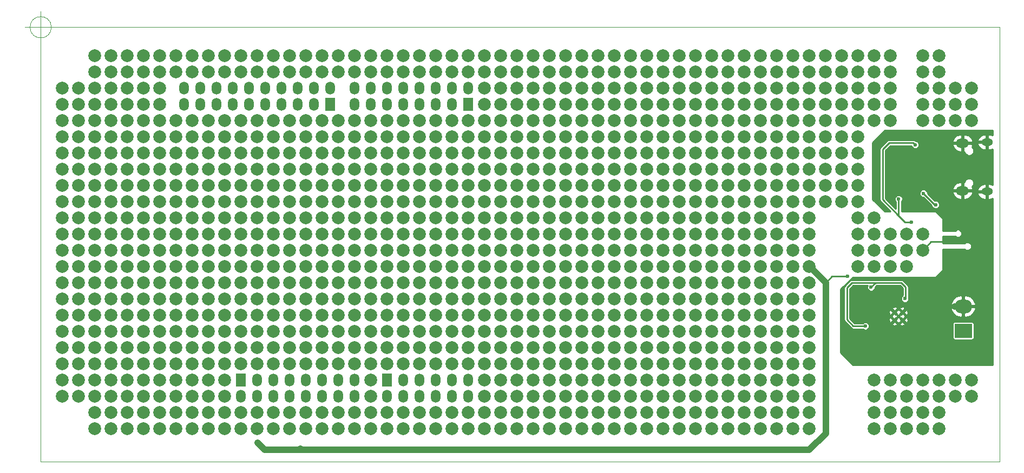
<source format=gbl>
G04 #@! TF.FileFunction,Copper,L2,Bot,Signal*
%FSLAX46Y46*%
G04 Gerber Fmt 4.6, Leading zero omitted, Abs format (unit mm)*
G04 Created by KiCad (PCBNEW 4.0.2-stable) date Domenica 28 Maggio 2017 18:35:47*
%MOMM*%
G01*
G04 APERTURE LIST*
%ADD10C,0.100000*%
%ADD11C,2.000000*%
%ADD12O,2.000000X1.450000*%
%ADD13O,1.800000X1.150000*%
%ADD14R,2.700000X2.200000*%
%ADD15O,2.700000X2.200000*%
%ADD16O,1.524000X2.000000*%
%ADD17R,1.524000X2.000000*%
%ADD18C,0.500000*%
%ADD19C,0.800000*%
%ADD20C,0.600000*%
%ADD21C,1.000000*%
%ADD22C,0.250000*%
%ADD23C,1.000000*%
%ADD24C,0.254000*%
G04 APERTURE END LIST*
D10*
X51666666Y-54000000D02*
G75*
G03X51666666Y-54000000I-1666666J0D01*
G01*
X47500000Y-54000000D02*
X52500000Y-54000000D01*
X50000000Y-51500000D02*
X50000000Y-56500000D01*
X50000000Y-54000000D02*
X200000000Y-54000000D01*
X50000000Y-122000000D02*
X50000000Y-54000000D01*
X200000000Y-122000000D02*
X50000000Y-122000000D01*
X200000000Y-54000000D02*
X200000000Y-122000000D01*
D11*
X53340000Y-106680000D03*
X53340000Y-104140000D03*
X53340000Y-101600000D03*
X53340000Y-111760000D03*
X53340000Y-109220000D03*
X53340000Y-99060000D03*
X53340000Y-93980000D03*
X53340000Y-96520000D03*
X55880000Y-104140000D03*
X55880000Y-106680000D03*
X55880000Y-93980000D03*
X55880000Y-99060000D03*
X55880000Y-96520000D03*
X55880000Y-101600000D03*
X55880000Y-109220000D03*
X55880000Y-111760000D03*
X53340000Y-88900000D03*
X53340000Y-91440000D03*
X53340000Y-81280000D03*
X53340000Y-78740000D03*
X53340000Y-76200000D03*
X53340000Y-86360000D03*
X53340000Y-83820000D03*
X53340000Y-73660000D03*
X53340000Y-68580000D03*
X53340000Y-71120000D03*
X55880000Y-78740000D03*
X55880000Y-81280000D03*
X55880000Y-68580000D03*
X55880000Y-73660000D03*
X55880000Y-71120000D03*
X55880000Y-76200000D03*
X55880000Y-88900000D03*
X55880000Y-83820000D03*
X55880000Y-86360000D03*
X55880000Y-91440000D03*
X53340000Y-66040000D03*
X55880000Y-66040000D03*
X63500000Y-66040000D03*
X60960000Y-60960000D03*
X58420000Y-63500000D03*
X63500000Y-60960000D03*
X60960000Y-63500000D03*
X63500000Y-63500000D03*
X53340000Y-63500000D03*
X55880000Y-63500000D03*
X58420000Y-58420000D03*
X58420000Y-60960000D03*
X58420000Y-66040000D03*
X60960000Y-66040000D03*
X63500000Y-58420000D03*
X60960000Y-58420000D03*
X68580000Y-63500000D03*
X68580000Y-60960000D03*
X68580000Y-66040000D03*
X66040000Y-66040000D03*
X66040000Y-63500000D03*
X68580000Y-58420000D03*
X66040000Y-60960000D03*
X66040000Y-58420000D03*
X68580000Y-68580000D03*
X60960000Y-68580000D03*
X63500000Y-68580000D03*
X66040000Y-68580000D03*
X60960000Y-78740000D03*
X63500000Y-76200000D03*
X63500000Y-78740000D03*
X66040000Y-76200000D03*
X58420000Y-78740000D03*
X58420000Y-73660000D03*
X58420000Y-76200000D03*
X58420000Y-68580000D03*
X58420000Y-71120000D03*
X60960000Y-71120000D03*
X63500000Y-71120000D03*
X66040000Y-71120000D03*
X66040000Y-73660000D03*
X63500000Y-73660000D03*
X68580000Y-76200000D03*
X68580000Y-73660000D03*
X68580000Y-71120000D03*
X68580000Y-78740000D03*
X66040000Y-81280000D03*
X66040000Y-78740000D03*
X60960000Y-76200000D03*
X60960000Y-73660000D03*
X58420000Y-83820000D03*
X60960000Y-83820000D03*
X68580000Y-81280000D03*
X68580000Y-83820000D03*
X60960000Y-81280000D03*
X58420000Y-81280000D03*
X63500000Y-81280000D03*
X66040000Y-83820000D03*
X63500000Y-83820000D03*
X60960000Y-86360000D03*
X58420000Y-86360000D03*
X58420000Y-88900000D03*
X58420000Y-91440000D03*
X60960000Y-91440000D03*
X63500000Y-86360000D03*
X60960000Y-88900000D03*
X63500000Y-88900000D03*
X63500000Y-91440000D03*
X66040000Y-86360000D03*
X68580000Y-88900000D03*
X66040000Y-91440000D03*
X66040000Y-88900000D03*
X68580000Y-86360000D03*
X68580000Y-91440000D03*
X68580000Y-93980000D03*
X60960000Y-93980000D03*
X63500000Y-93980000D03*
X66040000Y-93980000D03*
X60960000Y-104140000D03*
X63500000Y-101600000D03*
X63500000Y-104140000D03*
X66040000Y-101600000D03*
X58420000Y-104140000D03*
X58420000Y-99060000D03*
X58420000Y-101600000D03*
X58420000Y-93980000D03*
X58420000Y-96520000D03*
X60960000Y-96520000D03*
X63500000Y-96520000D03*
X66040000Y-96520000D03*
X66040000Y-99060000D03*
X63500000Y-99060000D03*
X68580000Y-101600000D03*
X68580000Y-99060000D03*
X68580000Y-96520000D03*
X68580000Y-104140000D03*
X66040000Y-106680000D03*
X66040000Y-104140000D03*
X60960000Y-101600000D03*
X60960000Y-99060000D03*
X58420000Y-109220000D03*
X60960000Y-109220000D03*
X68580000Y-106680000D03*
X68580000Y-109220000D03*
X60960000Y-106680000D03*
X58420000Y-106680000D03*
X63500000Y-106680000D03*
X66040000Y-109220000D03*
X63500000Y-109220000D03*
X60960000Y-111760000D03*
X58420000Y-111760000D03*
X58420000Y-114300000D03*
X58420000Y-116840000D03*
X60960000Y-116840000D03*
X63500000Y-111760000D03*
X60960000Y-114300000D03*
X63500000Y-114300000D03*
X63500000Y-116840000D03*
X66040000Y-111760000D03*
X68580000Y-114300000D03*
X66040000Y-116840000D03*
X66040000Y-114300000D03*
X68580000Y-111760000D03*
X68580000Y-116840000D03*
X180340000Y-91440000D03*
X182880000Y-91440000D03*
X185420000Y-91440000D03*
X177800000Y-91440000D03*
X193040000Y-63500000D03*
X195580000Y-68580000D03*
X193040000Y-66040000D03*
X195580000Y-66040000D03*
X193040000Y-68580000D03*
X195580000Y-63500000D03*
X187960000Y-58420000D03*
X190500000Y-58420000D03*
X187960000Y-60960000D03*
X190500000Y-60960000D03*
X187960000Y-63500000D03*
X190500000Y-68580000D03*
X187960000Y-66040000D03*
X190500000Y-66040000D03*
X187960000Y-68580000D03*
X190500000Y-63500000D03*
X180340000Y-60960000D03*
X180340000Y-63500000D03*
X182880000Y-63500000D03*
X182880000Y-58420000D03*
X180340000Y-58420000D03*
X182880000Y-60960000D03*
X180340000Y-66040000D03*
X182880000Y-68580000D03*
X182880000Y-66040000D03*
X180340000Y-68580000D03*
X172720000Y-58420000D03*
X172720000Y-60960000D03*
X177800000Y-58420000D03*
X175260000Y-60960000D03*
X177800000Y-60960000D03*
X175260000Y-58420000D03*
X175260000Y-63500000D03*
X172720000Y-63500000D03*
X177800000Y-63500000D03*
X175260000Y-66040000D03*
X177800000Y-68580000D03*
X175260000Y-68580000D03*
X177800000Y-66040000D03*
X172720000Y-66040000D03*
X177800000Y-71120000D03*
X172720000Y-71120000D03*
X172720000Y-68580000D03*
X175260000Y-71120000D03*
X177800000Y-73660000D03*
X175260000Y-76200000D03*
X172720000Y-76200000D03*
X172720000Y-73660000D03*
X175260000Y-73660000D03*
X177800000Y-76200000D03*
X177800000Y-78740000D03*
X175260000Y-78740000D03*
X172720000Y-78740000D03*
X177800000Y-81280000D03*
X185420000Y-86360000D03*
X185420000Y-88900000D03*
X177800000Y-86360000D03*
X175260000Y-81280000D03*
X182880000Y-88900000D03*
X180340000Y-83820000D03*
X180340000Y-86360000D03*
X177800000Y-88900000D03*
X177800000Y-83820000D03*
X180340000Y-88900000D03*
X182880000Y-86360000D03*
X172720000Y-81280000D03*
X190500000Y-114300000D03*
X187960000Y-116840000D03*
X190500000Y-116840000D03*
X185420000Y-116840000D03*
X182880000Y-114300000D03*
X182880000Y-109220000D03*
X180340000Y-116840000D03*
X180340000Y-114300000D03*
X180340000Y-111760000D03*
X182880000Y-116840000D03*
X180340000Y-109220000D03*
X182880000Y-111760000D03*
X185420000Y-114300000D03*
X187960000Y-111760000D03*
X185420000Y-111760000D03*
X190500000Y-111760000D03*
X187960000Y-114300000D03*
X185420000Y-109220000D03*
X187960000Y-109220000D03*
X190500000Y-109220000D03*
X195580000Y-111760000D03*
X193040000Y-111760000D03*
X195580000Y-109220000D03*
X193040000Y-109220000D03*
X132080000Y-109220000D03*
X127000000Y-114300000D03*
X127000000Y-111760000D03*
X127000000Y-109220000D03*
X129540000Y-109220000D03*
X134620000Y-116840000D03*
X127000000Y-116840000D03*
X134620000Y-114300000D03*
X134620000Y-111760000D03*
X134620000Y-109220000D03*
X121920000Y-116840000D03*
X119380000Y-116840000D03*
X124460000Y-116840000D03*
X124460000Y-114300000D03*
X119380000Y-114300000D03*
X121920000Y-114300000D03*
X132080000Y-111760000D03*
X129540000Y-111760000D03*
X129540000Y-116840000D03*
X132080000Y-114300000D03*
X132080000Y-116840000D03*
X129540000Y-114300000D03*
X162560000Y-109220000D03*
X162560000Y-111760000D03*
X165100000Y-109220000D03*
X165100000Y-111760000D03*
X157480000Y-109220000D03*
X160020000Y-109220000D03*
X154940000Y-109220000D03*
X157480000Y-116840000D03*
X157480000Y-111760000D03*
X152400000Y-116840000D03*
X152400000Y-114300000D03*
X154940000Y-111760000D03*
X154940000Y-114300000D03*
X154940000Y-116840000D03*
X157480000Y-114300000D03*
X165100000Y-116840000D03*
X165100000Y-114300000D03*
X160020000Y-111760000D03*
X162560000Y-114300000D03*
X162560000Y-116840000D03*
X160020000Y-114300000D03*
X160020000Y-116840000D03*
X149860000Y-116840000D03*
X147320000Y-116840000D03*
X149860000Y-114300000D03*
X144780000Y-114300000D03*
X144780000Y-116840000D03*
X147320000Y-114300000D03*
X147320000Y-111760000D03*
X142240000Y-116840000D03*
X142240000Y-114300000D03*
X142240000Y-111760000D03*
X144780000Y-111760000D03*
X139700000Y-116840000D03*
X137160000Y-111760000D03*
X137160000Y-114300000D03*
X137160000Y-116840000D03*
X139700000Y-111760000D03*
X139700000Y-114300000D03*
X149860000Y-111760000D03*
X152400000Y-111760000D03*
X152400000Y-109220000D03*
X149860000Y-109220000D03*
X137160000Y-109220000D03*
X147320000Y-109220000D03*
X139700000Y-109220000D03*
X142240000Y-109220000D03*
X144780000Y-109220000D03*
X119380000Y-109220000D03*
X119380000Y-111760000D03*
X121920000Y-111760000D03*
X124460000Y-111760000D03*
X124460000Y-109220000D03*
X121920000Y-109220000D03*
X167640000Y-116840000D03*
X170180000Y-111760000D03*
X170180000Y-114300000D03*
X170180000Y-116840000D03*
X167640000Y-111760000D03*
X167640000Y-114300000D03*
X167640000Y-109220000D03*
X170180000Y-109220000D03*
X132080000Y-66040000D03*
X160020000Y-60960000D03*
X160020000Y-63500000D03*
X162560000Y-60960000D03*
X162560000Y-63500000D03*
X160020000Y-58420000D03*
X154940000Y-66040000D03*
X152400000Y-66040000D03*
X152400000Y-63500000D03*
X154940000Y-63500000D03*
X157480000Y-63500000D03*
X157480000Y-60960000D03*
X157480000Y-58420000D03*
X152400000Y-60960000D03*
X152400000Y-58420000D03*
X154940000Y-58420000D03*
X154940000Y-60960000D03*
X165100000Y-66040000D03*
X165100000Y-63500000D03*
X165100000Y-60960000D03*
X165100000Y-58420000D03*
X162560000Y-58420000D03*
X162560000Y-66040000D03*
X160020000Y-66040000D03*
X157480000Y-66040000D03*
X147320000Y-66040000D03*
X149860000Y-66040000D03*
X142240000Y-66040000D03*
X144780000Y-66040000D03*
X142240000Y-63500000D03*
X142240000Y-60960000D03*
X142240000Y-58420000D03*
X144780000Y-58420000D03*
X144780000Y-60960000D03*
X144780000Y-63500000D03*
X137160000Y-66040000D03*
X139700000Y-66040000D03*
X139700000Y-63500000D03*
X139700000Y-58420000D03*
X137160000Y-58420000D03*
X137160000Y-60960000D03*
X137160000Y-63500000D03*
X139700000Y-60960000D03*
X149860000Y-63500000D03*
X149860000Y-58420000D03*
X147320000Y-58420000D03*
X147320000Y-60960000D03*
X147320000Y-63500000D03*
X149860000Y-60960000D03*
X134620000Y-66040000D03*
X121920000Y-60960000D03*
X119380000Y-58420000D03*
X119380000Y-60960000D03*
X124460000Y-60960000D03*
X124460000Y-58420000D03*
X121920000Y-58420000D03*
X121920000Y-66040000D03*
X119380000Y-63500000D03*
X119380000Y-66040000D03*
X124460000Y-66040000D03*
X124460000Y-63500000D03*
X121920000Y-63500000D03*
X134620000Y-63500000D03*
X134620000Y-58420000D03*
X132080000Y-58420000D03*
X132080000Y-60960000D03*
X132080000Y-63500000D03*
X134620000Y-60960000D03*
X127000000Y-66040000D03*
X129540000Y-63500000D03*
X129540000Y-66040000D03*
X127000000Y-63500000D03*
X127000000Y-60960000D03*
X127000000Y-58420000D03*
X129540000Y-58420000D03*
X129540000Y-60960000D03*
X167640000Y-63500000D03*
X167640000Y-58420000D03*
X170180000Y-58420000D03*
X170180000Y-60960000D03*
X170180000Y-63500000D03*
X167640000Y-60960000D03*
X167640000Y-66040000D03*
X170180000Y-66040000D03*
X101600000Y-111760000D03*
X101600000Y-109220000D03*
X116840000Y-106680000D03*
X116840000Y-104140000D03*
X116840000Y-101600000D03*
X116840000Y-99060000D03*
X116840000Y-96520000D03*
X116840000Y-93980000D03*
X116840000Y-91440000D03*
X116840000Y-88900000D03*
X116840000Y-86360000D03*
X116840000Y-83820000D03*
X116840000Y-81280000D03*
X116840000Y-78740000D03*
X116840000Y-76200000D03*
X116840000Y-73660000D03*
X116840000Y-71120000D03*
X116840000Y-68580000D03*
D12*
X194200000Y-72145000D03*
X194200000Y-79595000D03*
D13*
X198025000Y-79745000D03*
X198025000Y-71995000D03*
D14*
X194310000Y-101525000D03*
D15*
X194310000Y-97715000D03*
D16*
X116840000Y-111760000D03*
X116840000Y-109220000D03*
X114300000Y-111760000D03*
X114300000Y-109220000D03*
X111760000Y-111760000D03*
X111760000Y-109220000D03*
X109220000Y-111760000D03*
X109220000Y-109220000D03*
X106680000Y-111760000D03*
X106680000Y-109220000D03*
X104140000Y-111760000D03*
D17*
X104140000Y-109220000D03*
D16*
X99060000Y-111760000D03*
X99060000Y-109220000D03*
X96520000Y-111760000D03*
X96520000Y-109220000D03*
X93980000Y-111760000D03*
X93980000Y-109220000D03*
X91440000Y-111760000D03*
X91440000Y-109220000D03*
X88900000Y-111760000D03*
X88900000Y-109220000D03*
X86360000Y-111760000D03*
X86360000Y-109220000D03*
X83820000Y-111760000D03*
X83820000Y-109220000D03*
X81280000Y-111760000D03*
D17*
X81280000Y-109220000D03*
D16*
X116840000Y-63500000D03*
D17*
X116840000Y-66040000D03*
D16*
X114300000Y-63500000D03*
X114300000Y-66040000D03*
X111760000Y-63500000D03*
X111760000Y-66040000D03*
X109220000Y-63500000D03*
X109220000Y-66040000D03*
X106680000Y-63500000D03*
X106680000Y-66040000D03*
X104140000Y-63500000D03*
X104140000Y-66040000D03*
X101600000Y-63500000D03*
X101600000Y-66040000D03*
X99060000Y-63500000D03*
X99060000Y-66040000D03*
D17*
X95250000Y-66040000D03*
D16*
X95250000Y-63500000D03*
X92710000Y-66040000D03*
X92710000Y-63500000D03*
X90170000Y-66040000D03*
X90170000Y-63500000D03*
X87630000Y-66040000D03*
X87630000Y-63500000D03*
X85090000Y-66040000D03*
X85090000Y-63500000D03*
X82550000Y-66040000D03*
X82550000Y-63500000D03*
X80010000Y-66040000D03*
X80010000Y-63500000D03*
X77470000Y-66040000D03*
X77470000Y-63500000D03*
X74930000Y-66040000D03*
X74930000Y-63500000D03*
X72390000Y-66040000D03*
X72390000Y-63500000D03*
D11*
X114300000Y-68580000D03*
X114300000Y-71120000D03*
X114300000Y-73660000D03*
X114300000Y-76200000D03*
X114300000Y-78740000D03*
X114300000Y-81280000D03*
X114300000Y-83820000D03*
X114300000Y-86360000D03*
X114300000Y-88900000D03*
X114300000Y-91440000D03*
X114300000Y-93980000D03*
X114300000Y-96520000D03*
X114300000Y-99060000D03*
X114300000Y-101600000D03*
X114300000Y-104140000D03*
X114300000Y-106680000D03*
X109220000Y-106680000D03*
X109220000Y-104140000D03*
X109220000Y-101600000D03*
X109220000Y-99060000D03*
X109220000Y-96520000D03*
X109220000Y-93980000D03*
X109220000Y-91440000D03*
X109220000Y-88900000D03*
X109220000Y-86360000D03*
X109220000Y-83820000D03*
X109220000Y-81280000D03*
X109220000Y-78740000D03*
X109220000Y-76200000D03*
X109220000Y-73660000D03*
X109220000Y-71120000D03*
X109220000Y-68580000D03*
X111760000Y-68580000D03*
X111760000Y-71120000D03*
X111760000Y-73660000D03*
X111760000Y-76200000D03*
X111760000Y-78740000D03*
X111760000Y-81280000D03*
X111760000Y-83820000D03*
X111760000Y-86360000D03*
X111760000Y-88900000D03*
X111760000Y-91440000D03*
X111760000Y-93980000D03*
X111760000Y-96520000D03*
X111760000Y-99060000D03*
X111760000Y-101600000D03*
X111760000Y-104140000D03*
X111760000Y-106680000D03*
X101600000Y-106680000D03*
X101600000Y-104140000D03*
X101600000Y-101600000D03*
X101600000Y-99060000D03*
X101600000Y-96520000D03*
X101600000Y-93980000D03*
X101600000Y-91440000D03*
X101600000Y-88900000D03*
X101600000Y-86360000D03*
X101600000Y-83820000D03*
X101600000Y-81280000D03*
X101600000Y-78740000D03*
X101600000Y-76200000D03*
X101600000Y-73660000D03*
X101600000Y-71120000D03*
X101600000Y-68580000D03*
X99060000Y-68580000D03*
X99060000Y-71120000D03*
X99060000Y-73660000D03*
X99060000Y-76200000D03*
X99060000Y-78740000D03*
X99060000Y-81280000D03*
X99060000Y-83820000D03*
X99060000Y-86360000D03*
X99060000Y-88900000D03*
X99060000Y-91440000D03*
X99060000Y-93980000D03*
X99060000Y-96520000D03*
X99060000Y-99060000D03*
X99060000Y-101600000D03*
X99060000Y-104140000D03*
X99060000Y-106680000D03*
X104140000Y-106680000D03*
X104140000Y-104140000D03*
X104140000Y-101600000D03*
X104140000Y-99060000D03*
X104140000Y-96520000D03*
X104140000Y-93980000D03*
X104140000Y-91440000D03*
X104140000Y-88900000D03*
X104140000Y-86360000D03*
X104140000Y-83820000D03*
X104140000Y-81280000D03*
X104140000Y-78740000D03*
X104140000Y-76200000D03*
X104140000Y-73660000D03*
X104140000Y-71120000D03*
X104140000Y-68580000D03*
X106680000Y-68580000D03*
X106680000Y-71120000D03*
X106680000Y-73660000D03*
X106680000Y-76200000D03*
X106680000Y-78740000D03*
X106680000Y-81280000D03*
X106680000Y-83820000D03*
X106680000Y-86360000D03*
X106680000Y-88900000D03*
X106680000Y-91440000D03*
X106680000Y-93980000D03*
X106680000Y-96520000D03*
X106680000Y-99060000D03*
X106680000Y-101600000D03*
X106680000Y-104140000D03*
X106680000Y-106680000D03*
X86360000Y-106680000D03*
X86360000Y-104140000D03*
X86360000Y-101600000D03*
X86360000Y-99060000D03*
X86360000Y-96520000D03*
X86360000Y-93980000D03*
X86360000Y-91440000D03*
X86360000Y-88900000D03*
X86360000Y-86360000D03*
X86360000Y-83820000D03*
X86360000Y-81280000D03*
X86360000Y-78740000D03*
X86360000Y-76200000D03*
X86360000Y-73660000D03*
X86360000Y-71120000D03*
X86360000Y-68580000D03*
X83820000Y-68580000D03*
X83820000Y-71120000D03*
X83820000Y-73660000D03*
X83820000Y-76200000D03*
X83820000Y-78740000D03*
X83820000Y-81280000D03*
X83820000Y-83820000D03*
X83820000Y-86360000D03*
X83820000Y-88900000D03*
X83820000Y-91440000D03*
X83820000Y-93980000D03*
X83820000Y-96520000D03*
X83820000Y-99060000D03*
X83820000Y-101600000D03*
X83820000Y-104140000D03*
X83820000Y-106680000D03*
X78740000Y-106680000D03*
X78740000Y-104140000D03*
X78740000Y-101600000D03*
X78740000Y-99060000D03*
X78740000Y-96520000D03*
X78740000Y-93980000D03*
X78740000Y-91440000D03*
X78740000Y-88900000D03*
X78740000Y-86360000D03*
X78740000Y-83820000D03*
X78740000Y-81280000D03*
X78740000Y-78740000D03*
X78740000Y-76200000D03*
X78740000Y-73660000D03*
X78740000Y-71120000D03*
X78740000Y-68580000D03*
X81280000Y-68580000D03*
X81280000Y-71120000D03*
X81280000Y-73660000D03*
X81280000Y-76200000D03*
X81280000Y-78740000D03*
X81280000Y-81280000D03*
X81280000Y-83820000D03*
X81280000Y-86360000D03*
X81280000Y-88900000D03*
X81280000Y-91440000D03*
X81280000Y-93980000D03*
X81280000Y-96520000D03*
X81280000Y-99060000D03*
X81280000Y-101600000D03*
X81280000Y-104140000D03*
X81280000Y-106680000D03*
X91440000Y-106680000D03*
X91440000Y-104140000D03*
X91440000Y-101600000D03*
X91440000Y-99060000D03*
X91440000Y-96520000D03*
X91440000Y-93980000D03*
X91440000Y-91440000D03*
X91440000Y-88900000D03*
X91440000Y-86360000D03*
X91440000Y-83820000D03*
X91440000Y-81280000D03*
X91440000Y-78740000D03*
X91440000Y-76200000D03*
X91440000Y-73660000D03*
X91440000Y-71120000D03*
X91440000Y-68580000D03*
X88900000Y-68580000D03*
X88900000Y-71120000D03*
X88900000Y-73660000D03*
X88900000Y-76200000D03*
X88900000Y-78740000D03*
X88900000Y-81280000D03*
X88900000Y-83820000D03*
X88900000Y-86360000D03*
X88900000Y-88900000D03*
X88900000Y-91440000D03*
X88900000Y-93980000D03*
X88900000Y-96520000D03*
X88900000Y-99060000D03*
X88900000Y-101600000D03*
X88900000Y-104140000D03*
X88900000Y-106680000D03*
X93980000Y-106680000D03*
X93980000Y-104140000D03*
X93980000Y-101600000D03*
X93980000Y-99060000D03*
X93980000Y-96520000D03*
X93980000Y-93980000D03*
X93980000Y-91440000D03*
X93980000Y-88900000D03*
X93980000Y-86360000D03*
X93980000Y-83820000D03*
X93980000Y-81280000D03*
X93980000Y-78740000D03*
X93980000Y-76200000D03*
X93980000Y-73660000D03*
X93980000Y-71120000D03*
X93980000Y-68580000D03*
X96520000Y-68580000D03*
X96520000Y-71120000D03*
X96520000Y-73660000D03*
X96520000Y-76200000D03*
X96520000Y-78740000D03*
X96520000Y-81280000D03*
X96520000Y-83820000D03*
X96520000Y-86360000D03*
X96520000Y-88900000D03*
X96520000Y-91440000D03*
X96520000Y-93980000D03*
X96520000Y-96520000D03*
X96520000Y-99060000D03*
X96520000Y-101600000D03*
X96520000Y-104140000D03*
X96520000Y-106680000D03*
X73660000Y-106680000D03*
X73660000Y-104140000D03*
X73660000Y-101600000D03*
X73660000Y-99060000D03*
X73660000Y-96520000D03*
X73660000Y-93980000D03*
X73660000Y-91440000D03*
X73660000Y-88900000D03*
X73660000Y-86360000D03*
X73660000Y-83820000D03*
X73660000Y-81280000D03*
X73660000Y-78740000D03*
X73660000Y-76200000D03*
X73660000Y-73660000D03*
X73660000Y-71120000D03*
X73660000Y-68580000D03*
X71120000Y-68580000D03*
X71120000Y-71120000D03*
X71120000Y-73660000D03*
X71120000Y-76200000D03*
X71120000Y-78740000D03*
X71120000Y-81280000D03*
X71120000Y-83820000D03*
X71120000Y-86360000D03*
X71120000Y-88900000D03*
X71120000Y-91440000D03*
X71120000Y-93980000D03*
X71120000Y-96520000D03*
X71120000Y-99060000D03*
X71120000Y-101600000D03*
X71120000Y-104140000D03*
X71120000Y-106680000D03*
X76200000Y-106680000D03*
X76200000Y-104140000D03*
X76200000Y-101600000D03*
X76200000Y-99060000D03*
X76200000Y-96520000D03*
X76200000Y-93980000D03*
X76200000Y-91440000D03*
X76200000Y-88900000D03*
X76200000Y-86360000D03*
X76200000Y-83820000D03*
X76200000Y-81280000D03*
X76200000Y-78740000D03*
X76200000Y-76200000D03*
X76200000Y-73660000D03*
X76200000Y-71120000D03*
X76200000Y-68580000D03*
X76200000Y-109220000D03*
X76200000Y-111760000D03*
X76200000Y-114300000D03*
X76200000Y-116840000D03*
X71120000Y-116840000D03*
X71120000Y-114300000D03*
X71120000Y-111760000D03*
X71120000Y-109220000D03*
X73660000Y-109220000D03*
X73660000Y-111760000D03*
X73660000Y-114300000D03*
X73660000Y-116840000D03*
X78740000Y-109220000D03*
X78740000Y-111760000D03*
X78740000Y-114300000D03*
X78740000Y-116840000D03*
X96520000Y-116840000D03*
X96520000Y-114300000D03*
X93980000Y-114300000D03*
X93980000Y-116840000D03*
X88900000Y-116840000D03*
X88900000Y-114300000D03*
X91440000Y-114300000D03*
X91440000Y-116840000D03*
X81280000Y-116840000D03*
X81280000Y-114300000D03*
X83820000Y-116840000D03*
X83820000Y-114300000D03*
X86360000Y-114300000D03*
X86360000Y-116840000D03*
X106680000Y-116840000D03*
X106680000Y-114300000D03*
X104140000Y-114300000D03*
X104140000Y-116840000D03*
X99060000Y-116840000D03*
X99060000Y-114300000D03*
X101600000Y-114300000D03*
X101600000Y-116840000D03*
X111760000Y-116840000D03*
X111760000Y-114300000D03*
X109220000Y-114300000D03*
X109220000Y-116840000D03*
X114300000Y-116840000D03*
X114300000Y-114300000D03*
X116840000Y-114300000D03*
X116840000Y-116840000D03*
X124460000Y-68580000D03*
X124460000Y-71120000D03*
X124460000Y-73660000D03*
X124460000Y-76200000D03*
X124460000Y-78740000D03*
X124460000Y-81280000D03*
X124460000Y-83820000D03*
X124460000Y-86360000D03*
X124460000Y-88900000D03*
X124460000Y-91440000D03*
X124460000Y-93980000D03*
X124460000Y-96520000D03*
X124460000Y-99060000D03*
X124460000Y-101600000D03*
X124460000Y-104140000D03*
X124460000Y-106680000D03*
X119380000Y-106680000D03*
X119380000Y-104140000D03*
X119380000Y-101600000D03*
X119380000Y-99060000D03*
X119380000Y-96520000D03*
X119380000Y-93980000D03*
X119380000Y-91440000D03*
X119380000Y-88900000D03*
X119380000Y-86360000D03*
X119380000Y-83820000D03*
X119380000Y-81280000D03*
X119380000Y-78740000D03*
X119380000Y-76200000D03*
X119380000Y-73660000D03*
X119380000Y-71120000D03*
X119380000Y-68580000D03*
X121920000Y-68580000D03*
X121920000Y-71120000D03*
X121920000Y-73660000D03*
X121920000Y-76200000D03*
X121920000Y-78740000D03*
X121920000Y-81280000D03*
X121920000Y-83820000D03*
X121920000Y-86360000D03*
X121920000Y-88900000D03*
X121920000Y-91440000D03*
X121920000Y-93980000D03*
X121920000Y-96520000D03*
X121920000Y-99060000D03*
X121920000Y-101600000D03*
X121920000Y-104140000D03*
X121920000Y-106680000D03*
X144780000Y-106680000D03*
X144780000Y-104140000D03*
X144780000Y-101600000D03*
X144780000Y-99060000D03*
X144780000Y-96520000D03*
X144780000Y-93980000D03*
X144780000Y-91440000D03*
X144780000Y-88900000D03*
X144780000Y-86360000D03*
X144780000Y-83820000D03*
X144780000Y-81280000D03*
X144780000Y-78740000D03*
X144780000Y-76200000D03*
X144780000Y-73660000D03*
X144780000Y-71120000D03*
X144780000Y-68580000D03*
X142240000Y-68580000D03*
X142240000Y-71120000D03*
X142240000Y-73660000D03*
X142240000Y-76200000D03*
X142240000Y-78740000D03*
X142240000Y-81280000D03*
X142240000Y-83820000D03*
X142240000Y-86360000D03*
X142240000Y-88900000D03*
X142240000Y-91440000D03*
X142240000Y-93980000D03*
X142240000Y-96520000D03*
X142240000Y-99060000D03*
X142240000Y-101600000D03*
X142240000Y-104140000D03*
X142240000Y-106680000D03*
X137160000Y-106680000D03*
X137160000Y-104140000D03*
X137160000Y-101600000D03*
X137160000Y-99060000D03*
X137160000Y-96520000D03*
X137160000Y-93980000D03*
X137160000Y-91440000D03*
X137160000Y-88900000D03*
X137160000Y-86360000D03*
X137160000Y-83820000D03*
X137160000Y-81280000D03*
X137160000Y-78740000D03*
X137160000Y-76200000D03*
X137160000Y-73660000D03*
X137160000Y-71120000D03*
X137160000Y-68580000D03*
X139700000Y-68580000D03*
X139700000Y-71120000D03*
X139700000Y-73660000D03*
X139700000Y-76200000D03*
X139700000Y-78740000D03*
X139700000Y-81280000D03*
X139700000Y-83820000D03*
X139700000Y-86360000D03*
X139700000Y-88900000D03*
X139700000Y-91440000D03*
X139700000Y-93980000D03*
X139700000Y-96520000D03*
X139700000Y-99060000D03*
X139700000Y-101600000D03*
X139700000Y-104140000D03*
X139700000Y-106680000D03*
X129540000Y-106680000D03*
X129540000Y-104140000D03*
X129540000Y-101600000D03*
X129540000Y-99060000D03*
X129540000Y-96520000D03*
X129540000Y-93980000D03*
X129540000Y-91440000D03*
X129540000Y-88900000D03*
X129540000Y-86360000D03*
X129540000Y-83820000D03*
X129540000Y-81280000D03*
X129540000Y-78740000D03*
X129540000Y-76200000D03*
X129540000Y-73660000D03*
X129540000Y-71120000D03*
X129540000Y-68580000D03*
X127000000Y-68580000D03*
X127000000Y-71120000D03*
X127000000Y-73660000D03*
X127000000Y-76200000D03*
X127000000Y-78740000D03*
X127000000Y-81280000D03*
X127000000Y-83820000D03*
X127000000Y-86360000D03*
X127000000Y-88900000D03*
X127000000Y-91440000D03*
X127000000Y-93980000D03*
X127000000Y-96520000D03*
X127000000Y-99060000D03*
X127000000Y-101600000D03*
X127000000Y-104140000D03*
X127000000Y-106680000D03*
X132080000Y-106680000D03*
X132080000Y-104140000D03*
X132080000Y-101600000D03*
X132080000Y-99060000D03*
X132080000Y-96520000D03*
X132080000Y-93980000D03*
X132080000Y-91440000D03*
X132080000Y-88900000D03*
X132080000Y-86360000D03*
X132080000Y-83820000D03*
X132080000Y-81280000D03*
X132080000Y-78740000D03*
X132080000Y-76200000D03*
X132080000Y-73660000D03*
X132080000Y-71120000D03*
X132080000Y-68580000D03*
X134620000Y-68580000D03*
X134620000Y-71120000D03*
X134620000Y-73660000D03*
X134620000Y-76200000D03*
X134620000Y-78740000D03*
X134620000Y-81280000D03*
X134620000Y-83820000D03*
X134620000Y-86360000D03*
X134620000Y-88900000D03*
X134620000Y-91440000D03*
X134620000Y-93980000D03*
X134620000Y-96520000D03*
X134620000Y-99060000D03*
X134620000Y-101600000D03*
X134620000Y-104140000D03*
X134620000Y-106680000D03*
X154940000Y-106680000D03*
X154940000Y-104140000D03*
X154940000Y-101600000D03*
X154940000Y-99060000D03*
X154940000Y-96520000D03*
X154940000Y-93980000D03*
X154940000Y-91440000D03*
X154940000Y-88900000D03*
X154940000Y-86360000D03*
X154940000Y-83820000D03*
X154940000Y-81280000D03*
X154940000Y-78740000D03*
X154940000Y-76200000D03*
X154940000Y-73660000D03*
X154940000Y-71120000D03*
X154940000Y-68580000D03*
X152400000Y-68580000D03*
X152400000Y-71120000D03*
X152400000Y-73660000D03*
X152400000Y-76200000D03*
X152400000Y-78740000D03*
X152400000Y-81280000D03*
X152400000Y-83820000D03*
X152400000Y-86360000D03*
X152400000Y-88900000D03*
X152400000Y-91440000D03*
X152400000Y-93980000D03*
X152400000Y-96520000D03*
X152400000Y-99060000D03*
X152400000Y-101600000D03*
X152400000Y-104140000D03*
X152400000Y-106680000D03*
X147320000Y-106680000D03*
X147320000Y-104140000D03*
X147320000Y-101600000D03*
X147320000Y-99060000D03*
X147320000Y-96520000D03*
X147320000Y-93980000D03*
X147320000Y-91440000D03*
X147320000Y-88900000D03*
X147320000Y-86360000D03*
X147320000Y-83820000D03*
X147320000Y-81280000D03*
X147320000Y-78740000D03*
X147320000Y-76200000D03*
X147320000Y-73660000D03*
X147320000Y-71120000D03*
X147320000Y-68580000D03*
X149860000Y-68580000D03*
X149860000Y-71120000D03*
X149860000Y-73660000D03*
X149860000Y-76200000D03*
X149860000Y-78740000D03*
X149860000Y-81280000D03*
X149860000Y-83820000D03*
X149860000Y-86360000D03*
X149860000Y-88900000D03*
X149860000Y-91440000D03*
X149860000Y-93980000D03*
X149860000Y-96520000D03*
X149860000Y-99060000D03*
X149860000Y-101600000D03*
X149860000Y-104140000D03*
X149860000Y-106680000D03*
X160020000Y-106680000D03*
X160020000Y-104140000D03*
X160020000Y-101600000D03*
X160020000Y-99060000D03*
X160020000Y-96520000D03*
X160020000Y-93980000D03*
X160020000Y-91440000D03*
X160020000Y-88900000D03*
X160020000Y-86360000D03*
X160020000Y-83820000D03*
X160020000Y-81280000D03*
X160020000Y-78740000D03*
X160020000Y-76200000D03*
X160020000Y-73660000D03*
X160020000Y-71120000D03*
X160020000Y-68580000D03*
X157480000Y-68580000D03*
X157480000Y-71120000D03*
X157480000Y-73660000D03*
X157480000Y-76200000D03*
X157480000Y-78740000D03*
X157480000Y-81280000D03*
X157480000Y-83820000D03*
X157480000Y-86360000D03*
X157480000Y-88900000D03*
X157480000Y-91440000D03*
X157480000Y-93980000D03*
X157480000Y-96520000D03*
X157480000Y-99060000D03*
X157480000Y-101600000D03*
X157480000Y-104140000D03*
X157480000Y-106680000D03*
X162560000Y-106680000D03*
X162560000Y-104140000D03*
X162560000Y-101600000D03*
X162560000Y-99060000D03*
X162560000Y-96520000D03*
X162560000Y-93980000D03*
X162560000Y-91440000D03*
X162560000Y-88900000D03*
X162560000Y-86360000D03*
X162560000Y-83820000D03*
X162560000Y-81280000D03*
X162560000Y-78740000D03*
X162560000Y-76200000D03*
X162560000Y-73660000D03*
X162560000Y-71120000D03*
X162560000Y-68580000D03*
X165100000Y-68580000D03*
X165100000Y-71120000D03*
X165100000Y-73660000D03*
X165100000Y-76200000D03*
X165100000Y-78740000D03*
X165100000Y-81280000D03*
X165100000Y-83820000D03*
X165100000Y-86360000D03*
X165100000Y-88900000D03*
X165100000Y-91440000D03*
X165100000Y-93980000D03*
X165100000Y-96520000D03*
X165100000Y-99060000D03*
X165100000Y-101600000D03*
X165100000Y-104140000D03*
X165100000Y-106680000D03*
X170180000Y-106680000D03*
X170180000Y-104140000D03*
X170180000Y-101600000D03*
X170180000Y-99060000D03*
X170180000Y-96520000D03*
X170180000Y-93980000D03*
X170180000Y-91440000D03*
X170180000Y-88900000D03*
X170180000Y-86360000D03*
X170180000Y-83820000D03*
X170180000Y-81280000D03*
X170180000Y-78740000D03*
X170180000Y-76200000D03*
X170180000Y-73660000D03*
X170180000Y-71120000D03*
X170180000Y-68580000D03*
X167640000Y-68580000D03*
X167640000Y-71120000D03*
X167640000Y-73660000D03*
X167640000Y-76200000D03*
X167640000Y-78740000D03*
X167640000Y-81280000D03*
X167640000Y-83820000D03*
X167640000Y-86360000D03*
X167640000Y-88900000D03*
X167640000Y-91440000D03*
X167640000Y-93980000D03*
X167640000Y-96520000D03*
X167640000Y-99060000D03*
X167640000Y-101600000D03*
X167640000Y-104140000D03*
X167640000Y-106680000D03*
X76200000Y-58420000D03*
X76200000Y-60960000D03*
X71120000Y-60960000D03*
X71120000Y-58420000D03*
X73660000Y-58420000D03*
X73660000Y-60960000D03*
X96520000Y-60960000D03*
X96520000Y-58420000D03*
X93980000Y-58420000D03*
X93980000Y-60960000D03*
X88900000Y-60960000D03*
X88900000Y-58420000D03*
X91440000Y-58420000D03*
X91440000Y-60960000D03*
X81280000Y-60960000D03*
X81280000Y-58420000D03*
X78740000Y-58420000D03*
X78740000Y-60960000D03*
X83820000Y-60960000D03*
X83820000Y-58420000D03*
X86360000Y-58420000D03*
X86360000Y-60960000D03*
X106680000Y-60960000D03*
X106680000Y-58420000D03*
X104140000Y-58420000D03*
X104140000Y-60960000D03*
X99060000Y-60960000D03*
X99060000Y-58420000D03*
X101600000Y-58420000D03*
X101600000Y-60960000D03*
X111760000Y-60960000D03*
X111760000Y-58420000D03*
X109220000Y-58420000D03*
X109220000Y-60960000D03*
X114300000Y-60960000D03*
X114300000Y-58420000D03*
X116840000Y-58420000D03*
X116840000Y-60960000D03*
X187960000Y-88900000D03*
X187960000Y-86360000D03*
D18*
X184175000Y-99250000D03*
X184775000Y-98650000D03*
X183575000Y-99850000D03*
X183575000Y-98650000D03*
X184775000Y-99850000D03*
D19*
X196600000Y-95100000D03*
X194800000Y-95100000D03*
X193000000Y-95100000D03*
X191100000Y-95100000D03*
X184500000Y-105600000D03*
X184500000Y-104500000D03*
X182800000Y-105700000D03*
X182800000Y-104500000D03*
X184500000Y-103300000D03*
X182800000Y-103300000D03*
D20*
X185200000Y-96500000D03*
X179000000Y-100800000D03*
X179900000Y-94700000D03*
D21*
X179800000Y-102700000D03*
D20*
X191000000Y-78500000D03*
X176200000Y-93000000D03*
D21*
X83900000Y-119100000D03*
X90600000Y-120000000D03*
D20*
X184200000Y-80900000D03*
X186225001Y-84525001D03*
X186800000Y-72400000D03*
X190000000Y-81800000D03*
X188100000Y-80020010D03*
D19*
X194100000Y-87600000D03*
D22*
X185300000Y-96300000D02*
X185300000Y-95600000D01*
X185300000Y-95600000D02*
X185300000Y-94700000D01*
X185200000Y-96500000D02*
X185300000Y-96400000D01*
X185300000Y-96400000D02*
X185300000Y-95600000D01*
X176100000Y-99800000D02*
X177100000Y-100800000D01*
X177100000Y-100800000D02*
X179000000Y-100800000D01*
X176100000Y-94800000D02*
X176100000Y-99800000D01*
X176900000Y-94000000D02*
X176100000Y-94800000D01*
X180600000Y-94000000D02*
X176900000Y-94000000D01*
X184600000Y-94000000D02*
X180600000Y-94000000D01*
X180600000Y-94000000D02*
X179900000Y-94700000D01*
X185300000Y-94700000D02*
X184600000Y-94000000D01*
D23*
X194310000Y-97715000D02*
X192965000Y-97715000D01*
D22*
X176200000Y-93000000D02*
X173800000Y-93000000D01*
X173800000Y-93000000D02*
X172800000Y-94000000D01*
X170180000Y-91440000D02*
X170180000Y-91420000D01*
D23*
X91700000Y-120200000D02*
X170200000Y-120200000D01*
X90800000Y-120200000D02*
X91700000Y-120200000D01*
X91700000Y-120200000D02*
X85000000Y-120200000D01*
X85000000Y-120200000D02*
X83900000Y-119100000D01*
X172800000Y-94000000D02*
X170200000Y-91400000D01*
X172800000Y-117600000D02*
X172800000Y-94000000D01*
X170200000Y-120200000D02*
X172800000Y-117600000D01*
X90600000Y-120000000D02*
X90800000Y-120200000D01*
D22*
X184200000Y-83500000D02*
X185225001Y-84525001D01*
X181700000Y-81000000D02*
X184200000Y-83500000D01*
X184200000Y-83500000D02*
X184200000Y-80900000D01*
X185225001Y-84525001D02*
X186225001Y-84525001D01*
X181700000Y-73100000D02*
X181700000Y-81000000D01*
X182700000Y-72100000D02*
X181700000Y-73100000D01*
X186500000Y-72100000D02*
X182700000Y-72100000D01*
X186800000Y-72400000D02*
X186500000Y-72100000D01*
X188100000Y-80020010D02*
X189879990Y-81800000D01*
X189879990Y-81800000D02*
X190000000Y-81800000D01*
X194100000Y-87600000D02*
X189260000Y-87600000D01*
X189260000Y-87600000D02*
X187960000Y-88900000D01*
X188560000Y-88300000D02*
X187960000Y-88900000D01*
X188020000Y-86300000D02*
X187960000Y-86360000D01*
D24*
G36*
X198873000Y-70907899D02*
X198477000Y-70785000D01*
X198152000Y-70785000D01*
X198152000Y-71868000D01*
X198172000Y-71868000D01*
X198172000Y-72122000D01*
X198152000Y-72122000D01*
X198152000Y-73205000D01*
X198477000Y-73205000D01*
X198873000Y-73082101D01*
X198873000Y-78657899D01*
X198477000Y-78535000D01*
X198152000Y-78535000D01*
X198152000Y-79618000D01*
X198172000Y-79618000D01*
X198172000Y-79872000D01*
X198152000Y-79872000D01*
X198152000Y-80955000D01*
X198477000Y-80955000D01*
X198873000Y-80832101D01*
X198873000Y-106873000D01*
X177052606Y-106873000D01*
X175127000Y-104947394D01*
X175127000Y-95052606D01*
X175379606Y-94800000D01*
X175648000Y-94800000D01*
X175648000Y-99800000D01*
X175682406Y-99972973D01*
X175780388Y-100119612D01*
X176780388Y-101119613D01*
X176927027Y-101217594D01*
X177100000Y-101252000D01*
X178565272Y-101252000D01*
X178644369Y-101331235D01*
X178874735Y-101426891D01*
X179124171Y-101427109D01*
X179354703Y-101331855D01*
X179531235Y-101155631D01*
X179626891Y-100925265D01*
X179627109Y-100675829D01*
X179536568Y-100456702D01*
X183145075Y-100456702D01*
X183150860Y-100646442D01*
X183487930Y-100748128D01*
X183838257Y-100713083D01*
X183999140Y-100646442D01*
X184004925Y-100456702D01*
X184345075Y-100456702D01*
X184350860Y-100646442D01*
X184687930Y-100748128D01*
X185038257Y-100713083D01*
X185199140Y-100646442D01*
X185204925Y-100456702D01*
X185173223Y-100425000D01*
X192626594Y-100425000D01*
X192626594Y-102625000D01*
X192649395Y-102746179D01*
X192721012Y-102857474D01*
X192830286Y-102932138D01*
X192960000Y-102958406D01*
X195660000Y-102958406D01*
X195781179Y-102935605D01*
X195892474Y-102863988D01*
X195967138Y-102754714D01*
X195993406Y-102625000D01*
X195993406Y-100425000D01*
X195970605Y-100303821D01*
X195898988Y-100192526D01*
X195789714Y-100117862D01*
X195660000Y-100091594D01*
X192960000Y-100091594D01*
X192838821Y-100114395D01*
X192727526Y-100186012D01*
X192652862Y-100295286D01*
X192626594Y-100425000D01*
X185173223Y-100425000D01*
X184775000Y-100026777D01*
X184345075Y-100456702D01*
X184004925Y-100456702D01*
X183575000Y-100026777D01*
X183145075Y-100456702D01*
X179536568Y-100456702D01*
X179531855Y-100445297D01*
X179355631Y-100268765D01*
X179125265Y-100173109D01*
X178875829Y-100172891D01*
X178645297Y-100268145D01*
X178565302Y-100348000D01*
X177287225Y-100348000D01*
X176702155Y-99762930D01*
X182676872Y-99762930D01*
X182711917Y-100113257D01*
X182778558Y-100274140D01*
X182968298Y-100279925D01*
X183398223Y-99850000D01*
X182968298Y-99420075D01*
X182778558Y-99425860D01*
X182676872Y-99762930D01*
X176702155Y-99762930D01*
X176552000Y-99612776D01*
X176552000Y-99243298D01*
X183145075Y-99243298D01*
X183151777Y-99250000D01*
X183145075Y-99256702D01*
X183150860Y-99446442D01*
X183310037Y-99494462D01*
X183311917Y-99513257D01*
X183378558Y-99674140D01*
X183568298Y-99679925D01*
X183723678Y-99524545D01*
X183838257Y-99513083D01*
X183968523Y-99459124D01*
X183893299Y-99708478D01*
X183745075Y-99856702D01*
X183750860Y-100046442D01*
X183910037Y-100094462D01*
X183911917Y-100113257D01*
X183978558Y-100274140D01*
X184168298Y-100279925D01*
X184175000Y-100273223D01*
X184181702Y-100279925D01*
X184371442Y-100274140D01*
X184419462Y-100114963D01*
X184438257Y-100113083D01*
X184599140Y-100046442D01*
X184604925Y-99856702D01*
X184598223Y-99850000D01*
X184951777Y-99850000D01*
X185381702Y-100279925D01*
X185571442Y-100274140D01*
X185673128Y-99937070D01*
X185638083Y-99586743D01*
X185571442Y-99425860D01*
X185381702Y-99420075D01*
X184951777Y-99850000D01*
X184598223Y-99850000D01*
X184449545Y-99701322D01*
X184438083Y-99586743D01*
X184384124Y-99456477D01*
X184633478Y-99531701D01*
X184781702Y-99679925D01*
X184971442Y-99674140D01*
X185019462Y-99514963D01*
X185038257Y-99513083D01*
X185199140Y-99446442D01*
X185204925Y-99256702D01*
X185198223Y-99250000D01*
X185204925Y-99243298D01*
X185199140Y-99053558D01*
X185039963Y-99005538D01*
X185038083Y-98986743D01*
X184971442Y-98825860D01*
X184781702Y-98820075D01*
X184626322Y-98975455D01*
X184511743Y-98986917D01*
X184381477Y-99040876D01*
X184456701Y-98791522D01*
X184598223Y-98650000D01*
X184951777Y-98650000D01*
X185381702Y-99079925D01*
X185571442Y-99074140D01*
X185673128Y-98737070D01*
X185638083Y-98386743D01*
X185571442Y-98225860D01*
X185381702Y-98220075D01*
X184951777Y-98650000D01*
X184598223Y-98650000D01*
X184604925Y-98643298D01*
X184599140Y-98453558D01*
X184439963Y-98405538D01*
X184438083Y-98386743D01*
X184371442Y-98225860D01*
X184181702Y-98220075D01*
X184175000Y-98226777D01*
X184168298Y-98220075D01*
X183978558Y-98225860D01*
X183930538Y-98385037D01*
X183911743Y-98386917D01*
X183750860Y-98453558D01*
X183745075Y-98643298D01*
X183900455Y-98798678D01*
X183911917Y-98913257D01*
X183965876Y-99043523D01*
X183716522Y-98968299D01*
X183568298Y-98820075D01*
X183378558Y-98825860D01*
X183330538Y-98985037D01*
X183311743Y-98986917D01*
X183150860Y-99053558D01*
X183145075Y-99243298D01*
X176552000Y-99243298D01*
X176552000Y-98562930D01*
X182676872Y-98562930D01*
X182711917Y-98913257D01*
X182778558Y-99074140D01*
X182968298Y-99079925D01*
X183398223Y-98650000D01*
X182968298Y-98220075D01*
X182778558Y-98225860D01*
X182676872Y-98562930D01*
X176552000Y-98562930D01*
X176552000Y-98043298D01*
X183145075Y-98043298D01*
X183575000Y-98473223D01*
X184004925Y-98043298D01*
X184345075Y-98043298D01*
X184775000Y-98473223D01*
X185137101Y-98111122D01*
X192370825Y-98111122D01*
X192397289Y-98240677D01*
X192725023Y-98836954D01*
X193255995Y-99262424D01*
X193909370Y-99452313D01*
X194183000Y-99295738D01*
X194183000Y-97842000D01*
X194437000Y-97842000D01*
X194437000Y-99295738D01*
X194710630Y-99452313D01*
X195364005Y-99262424D01*
X195894977Y-98836954D01*
X196222711Y-98240677D01*
X196249175Y-98111122D01*
X196131125Y-97842000D01*
X194437000Y-97842000D01*
X194183000Y-97842000D01*
X192488875Y-97842000D01*
X192370825Y-98111122D01*
X185137101Y-98111122D01*
X185204925Y-98043298D01*
X185199140Y-97853558D01*
X184862070Y-97751872D01*
X184511743Y-97786917D01*
X184350860Y-97853558D01*
X184345075Y-98043298D01*
X184004925Y-98043298D01*
X183999140Y-97853558D01*
X183662070Y-97751872D01*
X183311743Y-97786917D01*
X183150860Y-97853558D01*
X183145075Y-98043298D01*
X176552000Y-98043298D01*
X176552000Y-97318878D01*
X192370825Y-97318878D01*
X192488875Y-97588000D01*
X194183000Y-97588000D01*
X194183000Y-96134262D01*
X194437000Y-96134262D01*
X194437000Y-97588000D01*
X196131125Y-97588000D01*
X196249175Y-97318878D01*
X196222711Y-97189323D01*
X195894977Y-96593046D01*
X195364005Y-96167576D01*
X194710630Y-95977687D01*
X194437000Y-96134262D01*
X194183000Y-96134262D01*
X193909370Y-95977687D01*
X193255995Y-96167576D01*
X192725023Y-96593046D01*
X192397289Y-97189323D01*
X192370825Y-97318878D01*
X176552000Y-97318878D01*
X176552000Y-94987224D01*
X177087224Y-94452000D01*
X179324073Y-94452000D01*
X179273109Y-94574735D01*
X179272891Y-94824171D01*
X179368145Y-95054703D01*
X179544369Y-95231235D01*
X179774735Y-95326891D01*
X180024171Y-95327109D01*
X180254703Y-95231855D01*
X180431235Y-95055631D01*
X180526891Y-94825265D01*
X180526990Y-94712235D01*
X180787225Y-94452000D01*
X184412776Y-94452000D01*
X184848000Y-94887225D01*
X184848000Y-95967028D01*
X184845297Y-95968145D01*
X184668765Y-96144369D01*
X184573109Y-96374735D01*
X184572891Y-96624171D01*
X184668145Y-96854703D01*
X184844369Y-97031235D01*
X185074735Y-97126891D01*
X185324171Y-97127109D01*
X185554703Y-97031855D01*
X185731235Y-96855631D01*
X185826891Y-96625265D01*
X185827109Y-96375829D01*
X185752000Y-96194052D01*
X185752000Y-94700000D01*
X185717594Y-94527027D01*
X185717594Y-94527026D01*
X185619612Y-94380387D01*
X184919612Y-93680388D01*
X184772973Y-93582406D01*
X184600000Y-93548000D01*
X176900000Y-93548000D01*
X176727027Y-93582406D01*
X176580388Y-93680388D01*
X175780388Y-94480388D01*
X175682406Y-94627027D01*
X175648000Y-94800000D01*
X175379606Y-94800000D01*
X177052606Y-93127000D01*
X190000000Y-93127000D01*
X190049410Y-93116994D01*
X190089803Y-93089803D01*
X191089803Y-92089803D01*
X191117666Y-92047789D01*
X191127000Y-92000000D01*
X191127000Y-88752000D01*
X194520272Y-88752000D01*
X194599369Y-88831235D01*
X194829735Y-88926891D01*
X195079171Y-88927109D01*
X195309703Y-88831855D01*
X195486235Y-88655631D01*
X195581891Y-88425265D01*
X195582109Y-88175829D01*
X195486855Y-87945297D01*
X195310631Y-87768765D01*
X195080265Y-87673109D01*
X194830829Y-87672891D01*
X194600297Y-87768145D01*
X194520302Y-87848000D01*
X191127000Y-87848000D01*
X191127000Y-86752000D01*
X193065272Y-86752000D01*
X193144369Y-86831235D01*
X193374735Y-86926891D01*
X193624171Y-86927109D01*
X193854703Y-86831855D01*
X194031235Y-86655631D01*
X194126891Y-86425265D01*
X194127109Y-86175829D01*
X194031855Y-85945297D01*
X193855631Y-85768765D01*
X193625265Y-85673109D01*
X193375829Y-85672891D01*
X193145297Y-85768145D01*
X193065302Y-85848000D01*
X191127000Y-85848000D01*
X191127000Y-84000000D01*
X191116994Y-83950590D01*
X191089803Y-83910197D01*
X190089803Y-82910197D01*
X190047789Y-82882334D01*
X190000000Y-82873000D01*
X184652000Y-82873000D01*
X184652000Y-81334728D01*
X184731235Y-81255631D01*
X184826891Y-81025265D01*
X184827109Y-80775829D01*
X184731855Y-80545297D01*
X184555631Y-80368765D01*
X184325265Y-80273109D01*
X184075829Y-80272891D01*
X183845297Y-80368145D01*
X183668765Y-80544369D01*
X183573109Y-80774735D01*
X183572891Y-81024171D01*
X183668145Y-81254703D01*
X183748000Y-81334698D01*
X183748000Y-82408776D01*
X182152000Y-80812776D01*
X182152000Y-80144181D01*
X187472891Y-80144181D01*
X187568145Y-80374713D01*
X187744369Y-80551245D01*
X187974735Y-80646901D01*
X188087766Y-80647000D01*
X189378492Y-81937726D01*
X189468145Y-82154703D01*
X189644369Y-82331235D01*
X189874735Y-82426891D01*
X190124171Y-82427109D01*
X190354703Y-82331855D01*
X190531235Y-82155631D01*
X190626891Y-81925265D01*
X190627109Y-81675829D01*
X190531855Y-81445297D01*
X190355631Y-81268765D01*
X190125265Y-81173109D01*
X189892119Y-81172905D01*
X188727011Y-80007797D01*
X188727077Y-79932258D01*
X192607481Y-79932258D01*
X192619924Y-79998116D01*
X192873533Y-80466862D01*
X193287218Y-80802875D01*
X193798000Y-80955000D01*
X194073000Y-80955000D01*
X194073000Y-79722000D01*
X194327000Y-79722000D01*
X194327000Y-80955000D01*
X194602000Y-80955000D01*
X195112782Y-80802875D01*
X195526467Y-80466862D01*
X195747310Y-80058677D01*
X196531365Y-80058677D01*
X196533505Y-80090714D01*
X196754598Y-80510796D01*
X197119620Y-80814293D01*
X197573000Y-80955000D01*
X197898000Y-80955000D01*
X197898000Y-79872000D01*
X196656450Y-79872000D01*
X196531365Y-80058677D01*
X195747310Y-80058677D01*
X195780076Y-79998116D01*
X195792519Y-79932258D01*
X195669518Y-79722000D01*
X194327000Y-79722000D01*
X194073000Y-79722000D01*
X192730482Y-79722000D01*
X192607481Y-79932258D01*
X188727077Y-79932258D01*
X188727109Y-79895839D01*
X188631855Y-79665307D01*
X188455631Y-79488775D01*
X188225265Y-79393119D01*
X187975829Y-79392901D01*
X187745297Y-79488155D01*
X187568765Y-79664379D01*
X187473109Y-79894745D01*
X187472891Y-80144181D01*
X182152000Y-80144181D01*
X182152000Y-79257742D01*
X192607481Y-79257742D01*
X192730482Y-79468000D01*
X194073000Y-79468000D01*
X194073000Y-78235000D01*
X194327000Y-78235000D01*
X194327000Y-79468000D01*
X195669518Y-79468000D01*
X195690974Y-79431323D01*
X196531365Y-79431323D01*
X196656450Y-79618000D01*
X197898000Y-79618000D01*
X197898000Y-78535000D01*
X197573000Y-78535000D01*
X197119620Y-78675707D01*
X196754598Y-78979204D01*
X196533505Y-79399286D01*
X196531365Y-79431323D01*
X195690974Y-79431323D01*
X195792519Y-79257742D01*
X195780076Y-79191884D01*
X195666325Y-78981638D01*
X195865961Y-78782350D01*
X195976874Y-78515244D01*
X195977126Y-78226025D01*
X195866680Y-77958725D01*
X195662350Y-77754039D01*
X195395244Y-77643126D01*
X195106025Y-77642874D01*
X194838725Y-77753320D01*
X194634039Y-77957650D01*
X194523126Y-78224756D01*
X194523117Y-78235000D01*
X194327000Y-78235000D01*
X194073000Y-78235000D01*
X193798000Y-78235000D01*
X193287218Y-78387125D01*
X192873533Y-78723138D01*
X192619924Y-79191884D01*
X192607481Y-79257742D01*
X182152000Y-79257742D01*
X182152000Y-73287224D01*
X182887225Y-72552000D01*
X186184390Y-72552000D01*
X186268145Y-72754703D01*
X186444369Y-72931235D01*
X186674735Y-73026891D01*
X186924171Y-73027109D01*
X187154703Y-72931855D01*
X187331235Y-72755631D01*
X187426891Y-72525265D01*
X187426928Y-72482258D01*
X192607481Y-72482258D01*
X192619924Y-72548116D01*
X192873533Y-73016862D01*
X193287218Y-73352875D01*
X193798000Y-73505000D01*
X194073000Y-73505000D01*
X194073000Y-72272000D01*
X194327000Y-72272000D01*
X194327000Y-73505000D01*
X194522882Y-73505000D01*
X194522874Y-73513975D01*
X194633320Y-73781275D01*
X194837650Y-73985961D01*
X195104756Y-74096874D01*
X195393975Y-74097126D01*
X195661275Y-73986680D01*
X195865961Y-73782350D01*
X195976874Y-73515244D01*
X195977126Y-73226025D01*
X195866680Y-72958725D01*
X195666445Y-72758141D01*
X195780076Y-72548116D01*
X195792519Y-72482258D01*
X195690975Y-72308677D01*
X196531365Y-72308677D01*
X196533505Y-72340714D01*
X196754598Y-72760796D01*
X197119620Y-73064293D01*
X197573000Y-73205000D01*
X197898000Y-73205000D01*
X197898000Y-72122000D01*
X196656450Y-72122000D01*
X196531365Y-72308677D01*
X195690975Y-72308677D01*
X195669518Y-72272000D01*
X194327000Y-72272000D01*
X194073000Y-72272000D01*
X192730482Y-72272000D01*
X192607481Y-72482258D01*
X187426928Y-72482258D01*
X187427109Y-72275829D01*
X187331855Y-72045297D01*
X187155631Y-71868765D01*
X187008671Y-71807742D01*
X192607481Y-71807742D01*
X192730482Y-72018000D01*
X194073000Y-72018000D01*
X194073000Y-70785000D01*
X194327000Y-70785000D01*
X194327000Y-72018000D01*
X195669518Y-72018000D01*
X195792519Y-71807742D01*
X195780076Y-71741884D01*
X195747311Y-71681323D01*
X196531365Y-71681323D01*
X196656450Y-71868000D01*
X197898000Y-71868000D01*
X197898000Y-70785000D01*
X197573000Y-70785000D01*
X197119620Y-70925707D01*
X196754598Y-71229204D01*
X196533505Y-71649286D01*
X196531365Y-71681323D01*
X195747311Y-71681323D01*
X195526467Y-71273138D01*
X195112782Y-70937125D01*
X194602000Y-70785000D01*
X194327000Y-70785000D01*
X194073000Y-70785000D01*
X193798000Y-70785000D01*
X193287218Y-70937125D01*
X192873533Y-71273138D01*
X192619924Y-71741884D01*
X192607481Y-71807742D01*
X187008671Y-71807742D01*
X186925265Y-71773109D01*
X186808566Y-71773007D01*
X186672973Y-71682406D01*
X186500000Y-71648000D01*
X182700000Y-71648000D01*
X182527027Y-71682406D01*
X182380388Y-71780387D01*
X181380388Y-72780388D01*
X181282406Y-72927027D01*
X181248000Y-73100000D01*
X181248000Y-81000000D01*
X181282406Y-81172973D01*
X181380388Y-81319612D01*
X182933776Y-82873000D01*
X182052606Y-82873000D01*
X180127000Y-80947394D01*
X180127000Y-72052606D01*
X182052606Y-70127000D01*
X198873000Y-70127000D01*
X198873000Y-70907899D01*
X198873000Y-70907899D01*
G37*
X198873000Y-70907899D02*
X198477000Y-70785000D01*
X198152000Y-70785000D01*
X198152000Y-71868000D01*
X198172000Y-71868000D01*
X198172000Y-72122000D01*
X198152000Y-72122000D01*
X198152000Y-73205000D01*
X198477000Y-73205000D01*
X198873000Y-73082101D01*
X198873000Y-78657899D01*
X198477000Y-78535000D01*
X198152000Y-78535000D01*
X198152000Y-79618000D01*
X198172000Y-79618000D01*
X198172000Y-79872000D01*
X198152000Y-79872000D01*
X198152000Y-80955000D01*
X198477000Y-80955000D01*
X198873000Y-80832101D01*
X198873000Y-106873000D01*
X177052606Y-106873000D01*
X175127000Y-104947394D01*
X175127000Y-95052606D01*
X175379606Y-94800000D01*
X175648000Y-94800000D01*
X175648000Y-99800000D01*
X175682406Y-99972973D01*
X175780388Y-100119612D01*
X176780388Y-101119613D01*
X176927027Y-101217594D01*
X177100000Y-101252000D01*
X178565272Y-101252000D01*
X178644369Y-101331235D01*
X178874735Y-101426891D01*
X179124171Y-101427109D01*
X179354703Y-101331855D01*
X179531235Y-101155631D01*
X179626891Y-100925265D01*
X179627109Y-100675829D01*
X179536568Y-100456702D01*
X183145075Y-100456702D01*
X183150860Y-100646442D01*
X183487930Y-100748128D01*
X183838257Y-100713083D01*
X183999140Y-100646442D01*
X184004925Y-100456702D01*
X184345075Y-100456702D01*
X184350860Y-100646442D01*
X184687930Y-100748128D01*
X185038257Y-100713083D01*
X185199140Y-100646442D01*
X185204925Y-100456702D01*
X185173223Y-100425000D01*
X192626594Y-100425000D01*
X192626594Y-102625000D01*
X192649395Y-102746179D01*
X192721012Y-102857474D01*
X192830286Y-102932138D01*
X192960000Y-102958406D01*
X195660000Y-102958406D01*
X195781179Y-102935605D01*
X195892474Y-102863988D01*
X195967138Y-102754714D01*
X195993406Y-102625000D01*
X195993406Y-100425000D01*
X195970605Y-100303821D01*
X195898988Y-100192526D01*
X195789714Y-100117862D01*
X195660000Y-100091594D01*
X192960000Y-100091594D01*
X192838821Y-100114395D01*
X192727526Y-100186012D01*
X192652862Y-100295286D01*
X192626594Y-100425000D01*
X185173223Y-100425000D01*
X184775000Y-100026777D01*
X184345075Y-100456702D01*
X184004925Y-100456702D01*
X183575000Y-100026777D01*
X183145075Y-100456702D01*
X179536568Y-100456702D01*
X179531855Y-100445297D01*
X179355631Y-100268765D01*
X179125265Y-100173109D01*
X178875829Y-100172891D01*
X178645297Y-100268145D01*
X178565302Y-100348000D01*
X177287225Y-100348000D01*
X176702155Y-99762930D01*
X182676872Y-99762930D01*
X182711917Y-100113257D01*
X182778558Y-100274140D01*
X182968298Y-100279925D01*
X183398223Y-99850000D01*
X182968298Y-99420075D01*
X182778558Y-99425860D01*
X182676872Y-99762930D01*
X176702155Y-99762930D01*
X176552000Y-99612776D01*
X176552000Y-99243298D01*
X183145075Y-99243298D01*
X183151777Y-99250000D01*
X183145075Y-99256702D01*
X183150860Y-99446442D01*
X183310037Y-99494462D01*
X183311917Y-99513257D01*
X183378558Y-99674140D01*
X183568298Y-99679925D01*
X183723678Y-99524545D01*
X183838257Y-99513083D01*
X183968523Y-99459124D01*
X183893299Y-99708478D01*
X183745075Y-99856702D01*
X183750860Y-100046442D01*
X183910037Y-100094462D01*
X183911917Y-100113257D01*
X183978558Y-100274140D01*
X184168298Y-100279925D01*
X184175000Y-100273223D01*
X184181702Y-100279925D01*
X184371442Y-100274140D01*
X184419462Y-100114963D01*
X184438257Y-100113083D01*
X184599140Y-100046442D01*
X184604925Y-99856702D01*
X184598223Y-99850000D01*
X184951777Y-99850000D01*
X185381702Y-100279925D01*
X185571442Y-100274140D01*
X185673128Y-99937070D01*
X185638083Y-99586743D01*
X185571442Y-99425860D01*
X185381702Y-99420075D01*
X184951777Y-99850000D01*
X184598223Y-99850000D01*
X184449545Y-99701322D01*
X184438083Y-99586743D01*
X184384124Y-99456477D01*
X184633478Y-99531701D01*
X184781702Y-99679925D01*
X184971442Y-99674140D01*
X185019462Y-99514963D01*
X185038257Y-99513083D01*
X185199140Y-99446442D01*
X185204925Y-99256702D01*
X185198223Y-99250000D01*
X185204925Y-99243298D01*
X185199140Y-99053558D01*
X185039963Y-99005538D01*
X185038083Y-98986743D01*
X184971442Y-98825860D01*
X184781702Y-98820075D01*
X184626322Y-98975455D01*
X184511743Y-98986917D01*
X184381477Y-99040876D01*
X184456701Y-98791522D01*
X184598223Y-98650000D01*
X184951777Y-98650000D01*
X185381702Y-99079925D01*
X185571442Y-99074140D01*
X185673128Y-98737070D01*
X185638083Y-98386743D01*
X185571442Y-98225860D01*
X185381702Y-98220075D01*
X184951777Y-98650000D01*
X184598223Y-98650000D01*
X184604925Y-98643298D01*
X184599140Y-98453558D01*
X184439963Y-98405538D01*
X184438083Y-98386743D01*
X184371442Y-98225860D01*
X184181702Y-98220075D01*
X184175000Y-98226777D01*
X184168298Y-98220075D01*
X183978558Y-98225860D01*
X183930538Y-98385037D01*
X183911743Y-98386917D01*
X183750860Y-98453558D01*
X183745075Y-98643298D01*
X183900455Y-98798678D01*
X183911917Y-98913257D01*
X183965876Y-99043523D01*
X183716522Y-98968299D01*
X183568298Y-98820075D01*
X183378558Y-98825860D01*
X183330538Y-98985037D01*
X183311743Y-98986917D01*
X183150860Y-99053558D01*
X183145075Y-99243298D01*
X176552000Y-99243298D01*
X176552000Y-98562930D01*
X182676872Y-98562930D01*
X182711917Y-98913257D01*
X182778558Y-99074140D01*
X182968298Y-99079925D01*
X183398223Y-98650000D01*
X182968298Y-98220075D01*
X182778558Y-98225860D01*
X182676872Y-98562930D01*
X176552000Y-98562930D01*
X176552000Y-98043298D01*
X183145075Y-98043298D01*
X183575000Y-98473223D01*
X184004925Y-98043298D01*
X184345075Y-98043298D01*
X184775000Y-98473223D01*
X185137101Y-98111122D01*
X192370825Y-98111122D01*
X192397289Y-98240677D01*
X192725023Y-98836954D01*
X193255995Y-99262424D01*
X193909370Y-99452313D01*
X194183000Y-99295738D01*
X194183000Y-97842000D01*
X194437000Y-97842000D01*
X194437000Y-99295738D01*
X194710630Y-99452313D01*
X195364005Y-99262424D01*
X195894977Y-98836954D01*
X196222711Y-98240677D01*
X196249175Y-98111122D01*
X196131125Y-97842000D01*
X194437000Y-97842000D01*
X194183000Y-97842000D01*
X192488875Y-97842000D01*
X192370825Y-98111122D01*
X185137101Y-98111122D01*
X185204925Y-98043298D01*
X185199140Y-97853558D01*
X184862070Y-97751872D01*
X184511743Y-97786917D01*
X184350860Y-97853558D01*
X184345075Y-98043298D01*
X184004925Y-98043298D01*
X183999140Y-97853558D01*
X183662070Y-97751872D01*
X183311743Y-97786917D01*
X183150860Y-97853558D01*
X183145075Y-98043298D01*
X176552000Y-98043298D01*
X176552000Y-97318878D01*
X192370825Y-97318878D01*
X192488875Y-97588000D01*
X194183000Y-97588000D01*
X194183000Y-96134262D01*
X194437000Y-96134262D01*
X194437000Y-97588000D01*
X196131125Y-97588000D01*
X196249175Y-97318878D01*
X196222711Y-97189323D01*
X195894977Y-96593046D01*
X195364005Y-96167576D01*
X194710630Y-95977687D01*
X194437000Y-96134262D01*
X194183000Y-96134262D01*
X193909370Y-95977687D01*
X193255995Y-96167576D01*
X192725023Y-96593046D01*
X192397289Y-97189323D01*
X192370825Y-97318878D01*
X176552000Y-97318878D01*
X176552000Y-94987224D01*
X177087224Y-94452000D01*
X179324073Y-94452000D01*
X179273109Y-94574735D01*
X179272891Y-94824171D01*
X179368145Y-95054703D01*
X179544369Y-95231235D01*
X179774735Y-95326891D01*
X180024171Y-95327109D01*
X180254703Y-95231855D01*
X180431235Y-95055631D01*
X180526891Y-94825265D01*
X180526990Y-94712235D01*
X180787225Y-94452000D01*
X184412776Y-94452000D01*
X184848000Y-94887225D01*
X184848000Y-95967028D01*
X184845297Y-95968145D01*
X184668765Y-96144369D01*
X184573109Y-96374735D01*
X184572891Y-96624171D01*
X184668145Y-96854703D01*
X184844369Y-97031235D01*
X185074735Y-97126891D01*
X185324171Y-97127109D01*
X185554703Y-97031855D01*
X185731235Y-96855631D01*
X185826891Y-96625265D01*
X185827109Y-96375829D01*
X185752000Y-96194052D01*
X185752000Y-94700000D01*
X185717594Y-94527027D01*
X185717594Y-94527026D01*
X185619612Y-94380387D01*
X184919612Y-93680388D01*
X184772973Y-93582406D01*
X184600000Y-93548000D01*
X176900000Y-93548000D01*
X176727027Y-93582406D01*
X176580388Y-93680388D01*
X175780388Y-94480388D01*
X175682406Y-94627027D01*
X175648000Y-94800000D01*
X175379606Y-94800000D01*
X177052606Y-93127000D01*
X190000000Y-93127000D01*
X190049410Y-93116994D01*
X190089803Y-93089803D01*
X191089803Y-92089803D01*
X191117666Y-92047789D01*
X191127000Y-92000000D01*
X191127000Y-88752000D01*
X194520272Y-88752000D01*
X194599369Y-88831235D01*
X194829735Y-88926891D01*
X195079171Y-88927109D01*
X195309703Y-88831855D01*
X195486235Y-88655631D01*
X195581891Y-88425265D01*
X195582109Y-88175829D01*
X195486855Y-87945297D01*
X195310631Y-87768765D01*
X195080265Y-87673109D01*
X194830829Y-87672891D01*
X194600297Y-87768145D01*
X194520302Y-87848000D01*
X191127000Y-87848000D01*
X191127000Y-86752000D01*
X193065272Y-86752000D01*
X193144369Y-86831235D01*
X193374735Y-86926891D01*
X193624171Y-86927109D01*
X193854703Y-86831855D01*
X194031235Y-86655631D01*
X194126891Y-86425265D01*
X194127109Y-86175829D01*
X194031855Y-85945297D01*
X193855631Y-85768765D01*
X193625265Y-85673109D01*
X193375829Y-85672891D01*
X193145297Y-85768145D01*
X193065302Y-85848000D01*
X191127000Y-85848000D01*
X191127000Y-84000000D01*
X191116994Y-83950590D01*
X191089803Y-83910197D01*
X190089803Y-82910197D01*
X190047789Y-82882334D01*
X190000000Y-82873000D01*
X184652000Y-82873000D01*
X184652000Y-81334728D01*
X184731235Y-81255631D01*
X184826891Y-81025265D01*
X184827109Y-80775829D01*
X184731855Y-80545297D01*
X184555631Y-80368765D01*
X184325265Y-80273109D01*
X184075829Y-80272891D01*
X183845297Y-80368145D01*
X183668765Y-80544369D01*
X183573109Y-80774735D01*
X183572891Y-81024171D01*
X183668145Y-81254703D01*
X183748000Y-81334698D01*
X183748000Y-82408776D01*
X182152000Y-80812776D01*
X182152000Y-80144181D01*
X187472891Y-80144181D01*
X187568145Y-80374713D01*
X187744369Y-80551245D01*
X187974735Y-80646901D01*
X188087766Y-80647000D01*
X189378492Y-81937726D01*
X189468145Y-82154703D01*
X189644369Y-82331235D01*
X189874735Y-82426891D01*
X190124171Y-82427109D01*
X190354703Y-82331855D01*
X190531235Y-82155631D01*
X190626891Y-81925265D01*
X190627109Y-81675829D01*
X190531855Y-81445297D01*
X190355631Y-81268765D01*
X190125265Y-81173109D01*
X189892119Y-81172905D01*
X188727011Y-80007797D01*
X188727077Y-79932258D01*
X192607481Y-79932258D01*
X192619924Y-79998116D01*
X192873533Y-80466862D01*
X193287218Y-80802875D01*
X193798000Y-80955000D01*
X194073000Y-80955000D01*
X194073000Y-79722000D01*
X194327000Y-79722000D01*
X194327000Y-80955000D01*
X194602000Y-80955000D01*
X195112782Y-80802875D01*
X195526467Y-80466862D01*
X195747310Y-80058677D01*
X196531365Y-80058677D01*
X196533505Y-80090714D01*
X196754598Y-80510796D01*
X197119620Y-80814293D01*
X197573000Y-80955000D01*
X197898000Y-80955000D01*
X197898000Y-79872000D01*
X196656450Y-79872000D01*
X196531365Y-80058677D01*
X195747310Y-80058677D01*
X195780076Y-79998116D01*
X195792519Y-79932258D01*
X195669518Y-79722000D01*
X194327000Y-79722000D01*
X194073000Y-79722000D01*
X192730482Y-79722000D01*
X192607481Y-79932258D01*
X188727077Y-79932258D01*
X188727109Y-79895839D01*
X188631855Y-79665307D01*
X188455631Y-79488775D01*
X188225265Y-79393119D01*
X187975829Y-79392901D01*
X187745297Y-79488155D01*
X187568765Y-79664379D01*
X187473109Y-79894745D01*
X187472891Y-80144181D01*
X182152000Y-80144181D01*
X182152000Y-79257742D01*
X192607481Y-79257742D01*
X192730482Y-79468000D01*
X194073000Y-79468000D01*
X194073000Y-78235000D01*
X194327000Y-78235000D01*
X194327000Y-79468000D01*
X195669518Y-79468000D01*
X195690974Y-79431323D01*
X196531365Y-79431323D01*
X196656450Y-79618000D01*
X197898000Y-79618000D01*
X197898000Y-78535000D01*
X197573000Y-78535000D01*
X197119620Y-78675707D01*
X196754598Y-78979204D01*
X196533505Y-79399286D01*
X196531365Y-79431323D01*
X195690974Y-79431323D01*
X195792519Y-79257742D01*
X195780076Y-79191884D01*
X195666325Y-78981638D01*
X195865961Y-78782350D01*
X195976874Y-78515244D01*
X195977126Y-78226025D01*
X195866680Y-77958725D01*
X195662350Y-77754039D01*
X195395244Y-77643126D01*
X195106025Y-77642874D01*
X194838725Y-77753320D01*
X194634039Y-77957650D01*
X194523126Y-78224756D01*
X194523117Y-78235000D01*
X194327000Y-78235000D01*
X194073000Y-78235000D01*
X193798000Y-78235000D01*
X193287218Y-78387125D01*
X192873533Y-78723138D01*
X192619924Y-79191884D01*
X192607481Y-79257742D01*
X182152000Y-79257742D01*
X182152000Y-73287224D01*
X182887225Y-72552000D01*
X186184390Y-72552000D01*
X186268145Y-72754703D01*
X186444369Y-72931235D01*
X186674735Y-73026891D01*
X186924171Y-73027109D01*
X187154703Y-72931855D01*
X187331235Y-72755631D01*
X187426891Y-72525265D01*
X187426928Y-72482258D01*
X192607481Y-72482258D01*
X192619924Y-72548116D01*
X192873533Y-73016862D01*
X193287218Y-73352875D01*
X193798000Y-73505000D01*
X194073000Y-73505000D01*
X194073000Y-72272000D01*
X194327000Y-72272000D01*
X194327000Y-73505000D01*
X194522882Y-73505000D01*
X194522874Y-73513975D01*
X194633320Y-73781275D01*
X194837650Y-73985961D01*
X195104756Y-74096874D01*
X195393975Y-74097126D01*
X195661275Y-73986680D01*
X195865961Y-73782350D01*
X195976874Y-73515244D01*
X195977126Y-73226025D01*
X195866680Y-72958725D01*
X195666445Y-72758141D01*
X195780076Y-72548116D01*
X195792519Y-72482258D01*
X195690975Y-72308677D01*
X196531365Y-72308677D01*
X196533505Y-72340714D01*
X196754598Y-72760796D01*
X197119620Y-73064293D01*
X197573000Y-73205000D01*
X197898000Y-73205000D01*
X197898000Y-72122000D01*
X196656450Y-72122000D01*
X196531365Y-72308677D01*
X195690975Y-72308677D01*
X195669518Y-72272000D01*
X194327000Y-72272000D01*
X194073000Y-72272000D01*
X192730482Y-72272000D01*
X192607481Y-72482258D01*
X187426928Y-72482258D01*
X187427109Y-72275829D01*
X187331855Y-72045297D01*
X187155631Y-71868765D01*
X187008671Y-71807742D01*
X192607481Y-71807742D01*
X192730482Y-72018000D01*
X194073000Y-72018000D01*
X194073000Y-70785000D01*
X194327000Y-70785000D01*
X194327000Y-72018000D01*
X195669518Y-72018000D01*
X195792519Y-71807742D01*
X195780076Y-71741884D01*
X195747311Y-71681323D01*
X196531365Y-71681323D01*
X196656450Y-71868000D01*
X197898000Y-71868000D01*
X197898000Y-70785000D01*
X197573000Y-70785000D01*
X197119620Y-70925707D01*
X196754598Y-71229204D01*
X196533505Y-71649286D01*
X196531365Y-71681323D01*
X195747311Y-71681323D01*
X195526467Y-71273138D01*
X195112782Y-70937125D01*
X194602000Y-70785000D01*
X194327000Y-70785000D01*
X194073000Y-70785000D01*
X193798000Y-70785000D01*
X193287218Y-70937125D01*
X192873533Y-71273138D01*
X192619924Y-71741884D01*
X192607481Y-71807742D01*
X187008671Y-71807742D01*
X186925265Y-71773109D01*
X186808566Y-71773007D01*
X186672973Y-71682406D01*
X186500000Y-71648000D01*
X182700000Y-71648000D01*
X182527027Y-71682406D01*
X182380388Y-71780387D01*
X181380388Y-72780388D01*
X181282406Y-72927027D01*
X181248000Y-73100000D01*
X181248000Y-81000000D01*
X181282406Y-81172973D01*
X181380388Y-81319612D01*
X182933776Y-82873000D01*
X182052606Y-82873000D01*
X180127000Y-80947394D01*
X180127000Y-72052606D01*
X182052606Y-70127000D01*
X198873000Y-70127000D01*
X198873000Y-70907899D01*
G36*
X184181702Y-99079925D02*
X184350213Y-99074787D01*
X184345075Y-99243298D01*
X184351777Y-99250000D01*
X184345075Y-99256702D01*
X184350213Y-99425213D01*
X184181702Y-99420075D01*
X184175000Y-99426777D01*
X184168298Y-99420075D01*
X183999787Y-99425213D01*
X184004925Y-99256702D01*
X183998223Y-99250000D01*
X184004925Y-99243298D01*
X183999787Y-99074787D01*
X184168298Y-99079925D01*
X184175000Y-99073223D01*
X184181702Y-99079925D01*
X184181702Y-99079925D01*
G37*
X184181702Y-99079925D02*
X184350213Y-99074787D01*
X184345075Y-99243298D01*
X184351777Y-99250000D01*
X184345075Y-99256702D01*
X184350213Y-99425213D01*
X184181702Y-99420075D01*
X184175000Y-99426777D01*
X184168298Y-99420075D01*
X183999787Y-99425213D01*
X184004925Y-99256702D01*
X183998223Y-99250000D01*
X184004925Y-99243298D01*
X183999787Y-99074787D01*
X184168298Y-99079925D01*
X184175000Y-99073223D01*
X184181702Y-99079925D01*
M02*

</source>
